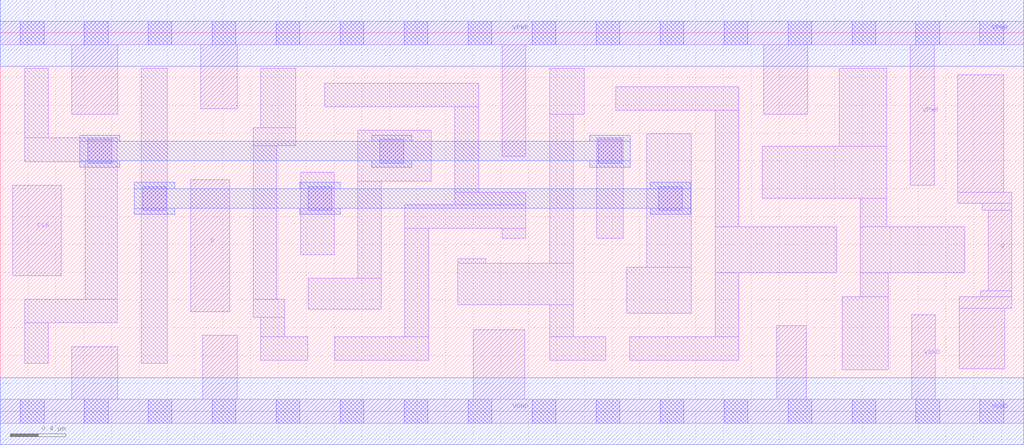
<source format=lef>
# Copyright 2020 The SkyWater PDK Authors
#
# Licensed under the Apache License, Version 2.0 (the "License");
# you may not use this file except in compliance with the License.
# You may obtain a copy of the License at
#
#     https://www.apache.org/licenses/LICENSE-2.0
#
# Unless required by applicable law or agreed to in writing, software
# distributed under the License is distributed on an "AS IS" BASIS,
# WITHOUT WARRANTIES OR CONDITIONS OF ANY KIND, either express or implied.
# See the License for the specific language governing permissions and
# limitations under the License.
#
# SPDX-License-Identifier: Apache-2.0

VERSION 5.7 ;
  NAMESCASESENSITIVE ON ;
  NOWIREEXTENSIONATPIN ON ;
  DIVIDERCHAR "/" ;
  BUSBITCHARS "[]" ;
UNITS
  DATABASE MICRONS 200 ;
END UNITS
MACRO sky130_fd_sc_hd__dfxtp_1
  CLASS CORE ;
  SOURCE USER ;
  FOREIGN sky130_fd_sc_hd__dfxtp_1 ;
  ORIGIN  0.000000  0.000000 ;
  SIZE  7.360000 BY  2.720000 ;
  SYMMETRY X Y R90 ;
  SITE unithd ;
  PIN D
    ANTENNAGATEAREA  0.126000 ;
    DIRECTION INPUT ;
    USE SIGNAL ;
    PORT
      LAYER li1 ;
        RECT 1.370000 0.715000 1.650000 1.665000 ;
    END
  END D
  PIN Q
    ANTENNADIFFAREA  0.429000 ;
    DIRECTION OUTPUT ;
    USE SIGNAL ;
    PORT
      LAYER li1 ;
        RECT 6.885000 1.495000 7.275000 1.575000 ;
        RECT 6.885000 1.575000 7.215000 2.420000 ;
        RECT 6.895000 0.305000 7.225000 0.740000 ;
        RECT 6.895000 0.740000 7.275000 0.825000 ;
        RECT 7.050000 0.825000 7.275000 0.865000 ;
        RECT 7.060000 1.445000 7.275000 1.495000 ;
        RECT 7.105000 0.865000 7.275000 1.445000 ;
    END
  END Q
  PIN CLK
    ANTENNAGATEAREA  0.159000 ;
    DIRECTION INPUT ;
    USE CLOCK ;
    PORT
      LAYER li1 ;
        RECT 0.090000 0.975000 0.440000 1.625000 ;
    END
  END CLK
  PIN VGND
    DIRECTION INOUT ;
    SHAPE ABUTMENT ;
    USE GROUND ;
    PORT
      LAYER li1 ;
        RECT 0.000000 -0.085000 7.360000 0.085000 ;
        RECT 0.515000  0.085000 0.845000 0.465000 ;
        RECT 1.455000  0.085000 1.705000 0.545000 ;
        RECT 3.400000  0.085000 3.770000 0.585000 ;
        RECT 5.585000  0.085000 5.795000 0.615000 ;
        RECT 6.555000  0.085000 6.725000 0.695000 ;
      LAYER mcon ;
        RECT 0.145000 -0.085000 0.315000 0.085000 ;
        RECT 0.605000 -0.085000 0.775000 0.085000 ;
        RECT 1.065000 -0.085000 1.235000 0.085000 ;
        RECT 1.525000 -0.085000 1.695000 0.085000 ;
        RECT 1.985000 -0.085000 2.155000 0.085000 ;
        RECT 2.445000 -0.085000 2.615000 0.085000 ;
        RECT 2.905000 -0.085000 3.075000 0.085000 ;
        RECT 3.365000 -0.085000 3.535000 0.085000 ;
        RECT 3.825000 -0.085000 3.995000 0.085000 ;
        RECT 4.285000 -0.085000 4.455000 0.085000 ;
        RECT 4.745000 -0.085000 4.915000 0.085000 ;
        RECT 5.205000 -0.085000 5.375000 0.085000 ;
        RECT 5.665000 -0.085000 5.835000 0.085000 ;
        RECT 6.125000 -0.085000 6.295000 0.085000 ;
        RECT 6.585000 -0.085000 6.755000 0.085000 ;
        RECT 7.045000 -0.085000 7.215000 0.085000 ;
      LAYER met1 ;
        RECT 0.000000 -0.240000 7.360000 0.240000 ;
    END
  END VGND
  PIN VPWR
    DIRECTION INOUT ;
    SHAPE ABUTMENT ;
    USE POWER ;
    PORT
      LAYER li1 ;
        RECT 0.000000 2.635000 7.360000 2.805000 ;
        RECT 0.515000 2.135000 0.845000 2.635000 ;
        RECT 1.440000 2.175000 1.705000 2.635000 ;
        RECT 3.610000 1.835000 3.780000 2.635000 ;
        RECT 5.490000 2.135000 5.805000 2.635000 ;
        RECT 6.545000 1.625000 6.715000 2.635000 ;
      LAYER mcon ;
        RECT 0.145000 2.635000 0.315000 2.805000 ;
        RECT 0.605000 2.635000 0.775000 2.805000 ;
        RECT 1.065000 2.635000 1.235000 2.805000 ;
        RECT 1.525000 2.635000 1.695000 2.805000 ;
        RECT 1.985000 2.635000 2.155000 2.805000 ;
        RECT 2.445000 2.635000 2.615000 2.805000 ;
        RECT 2.905000 2.635000 3.075000 2.805000 ;
        RECT 3.365000 2.635000 3.535000 2.805000 ;
        RECT 3.825000 2.635000 3.995000 2.805000 ;
        RECT 4.285000 2.635000 4.455000 2.805000 ;
        RECT 4.745000 2.635000 4.915000 2.805000 ;
        RECT 5.205000 2.635000 5.375000 2.805000 ;
        RECT 5.665000 2.635000 5.835000 2.805000 ;
        RECT 6.125000 2.635000 6.295000 2.805000 ;
        RECT 6.585000 2.635000 6.755000 2.805000 ;
        RECT 7.045000 2.635000 7.215000 2.805000 ;
      LAYER met1 ;
        RECT 0.000000 2.480000 7.360000 2.960000 ;
    END
  END VPWR
  OBS
    LAYER li1 ;
      RECT 0.175000 0.345000 0.345000 0.635000 ;
      RECT 0.175000 0.635000 0.840000 0.805000 ;
      RECT 0.175000 1.795000 0.840000 1.965000 ;
      RECT 0.175000 1.965000 0.345000 2.465000 ;
      RECT 0.610000 0.805000 0.840000 1.795000 ;
      RECT 1.015000 0.345000 1.200000 2.465000 ;
      RECT 1.820000 0.675000 2.045000 0.805000 ;
      RECT 1.820000 0.805000 1.990000 1.910000 ;
      RECT 1.820000 1.910000 2.125000 2.040000 ;
      RECT 1.875000 0.365000 2.210000 0.535000 ;
      RECT 1.875000 0.535000 2.045000 0.675000 ;
      RECT 1.875000 2.040000 2.125000 2.465000 ;
      RECT 2.160000 1.125000 2.400000 1.720000 ;
      RECT 2.215000 0.735000 2.740000 0.955000 ;
      RECT 2.335000 2.190000 3.440000 2.360000 ;
      RECT 2.405000 0.365000 3.080000 0.535000 ;
      RECT 2.570000 0.955000 2.740000 1.655000 ;
      RECT 2.570000 1.655000 3.100000 2.020000 ;
      RECT 2.910000 0.535000 3.080000 1.315000 ;
      RECT 2.910000 1.315000 3.780000 1.485000 ;
      RECT 3.270000 1.485000 3.780000 1.575000 ;
      RECT 3.270000 1.575000 3.440000 2.190000 ;
      RECT 3.290000 0.765000 4.120000 1.065000 ;
      RECT 3.290000 1.065000 3.490000 1.095000 ;
      RECT 3.610000 1.245000 3.780000 1.315000 ;
      RECT 3.950000 0.365000 4.355000 0.535000 ;
      RECT 3.950000 0.535000 4.120000 0.765000 ;
      RECT 3.950000 1.065000 4.120000 2.135000 ;
      RECT 3.950000 2.135000 4.200000 2.465000 ;
      RECT 4.290000 1.245000 4.480000 1.965000 ;
      RECT 4.425000 2.165000 5.310000 2.335000 ;
      RECT 4.505000 0.705000 4.970000 1.035000 ;
      RECT 4.525000 0.365000 5.310000 0.535000 ;
      RECT 4.650000 1.035000 4.970000 1.995000 ;
      RECT 5.140000 0.535000 5.310000 0.995000 ;
      RECT 5.140000 0.995000 6.015000 1.325000 ;
      RECT 5.140000 1.325000 5.310000 2.165000 ;
      RECT 5.480000 1.530000 6.375000 1.905000 ;
      RECT 6.035000 1.905000 6.375000 2.465000 ;
      RECT 6.055000 0.300000 6.385000 0.825000 ;
      RECT 6.185000 0.825000 6.385000 0.995000 ;
      RECT 6.185000 0.995000 6.935000 1.325000 ;
      RECT 6.185000 1.325000 6.375000 1.530000 ;
    LAYER mcon ;
      RECT 0.630000 1.785000 0.800000 1.955000 ;
      RECT 1.025000 1.445000 1.195000 1.615000 ;
      RECT 2.215000 1.445000 2.385000 1.615000 ;
      RECT 2.730000 1.785000 2.900000 1.955000 ;
      RECT 4.300000 1.785000 4.470000 1.955000 ;
      RECT 4.735000 1.445000 4.905000 1.615000 ;
    LAYER met1 ;
      RECT 0.570000 1.755000 0.860000 1.800000 ;
      RECT 0.570000 1.800000 4.530000 1.940000 ;
      RECT 0.570000 1.940000 0.860000 1.985000 ;
      RECT 0.965000 1.415000 1.255000 1.460000 ;
      RECT 0.965000 1.460000 4.965000 1.600000 ;
      RECT 0.965000 1.600000 1.255000 1.645000 ;
      RECT 2.155000 1.415000 2.445000 1.460000 ;
      RECT 2.155000 1.600000 2.445000 1.645000 ;
      RECT 2.670000 1.755000 2.960000 1.800000 ;
      RECT 2.670000 1.940000 2.960000 1.985000 ;
      RECT 4.240000 1.755000 4.530000 1.800000 ;
      RECT 4.240000 1.940000 4.530000 1.985000 ;
      RECT 4.675000 1.415000 4.965000 1.460000 ;
      RECT 4.675000 1.600000 4.965000 1.645000 ;
  END
END sky130_fd_sc_hd__dfxtp_1

</source>
